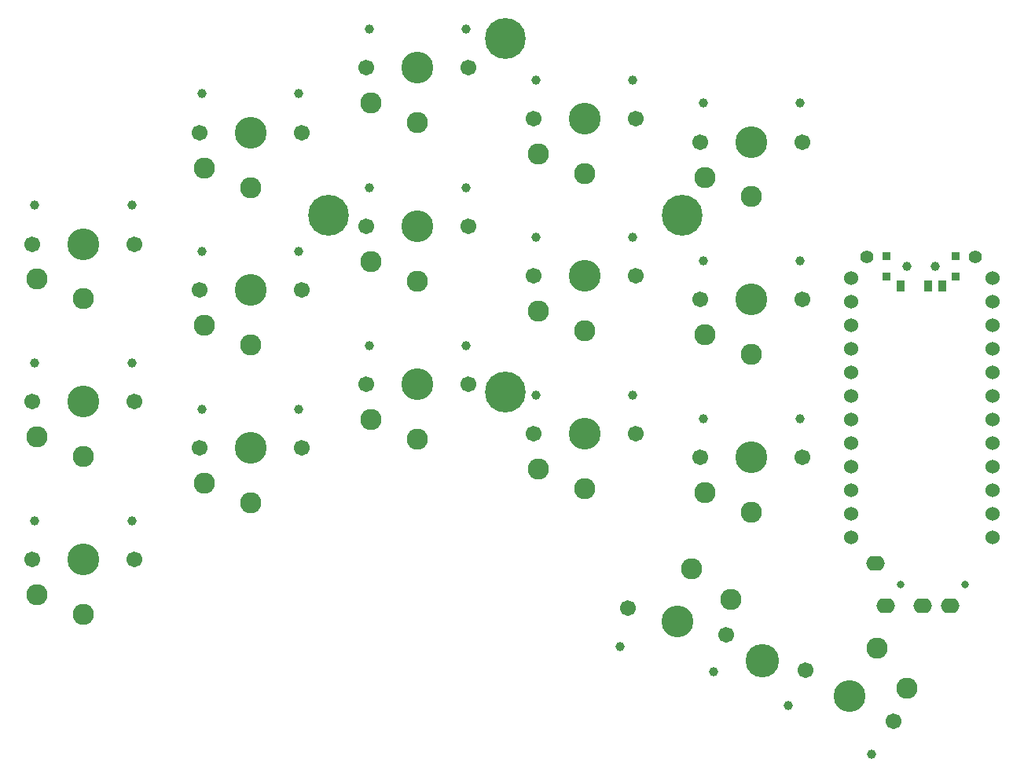
<source format=gbr>
%TF.GenerationSoftware,KiCad,Pcbnew,(6.0.8-1)-1*%
%TF.CreationDate,2023-02-27T11:26:25+02:00*%
%TF.ProjectId,sweepv2,73776565-7076-4322-9e6b-696361645f70,rev?*%
%TF.SameCoordinates,Original*%
%TF.FileFunction,Soldermask,Bot*%
%TF.FilePolarity,Negative*%
%FSLAX46Y46*%
G04 Gerber Fmt 4.6, Leading zero omitted, Abs format (unit mm)*
G04 Created by KiCad (PCBNEW (6.0.8-1)-1) date 2023-02-27 11:26:25*
%MOMM*%
%LPD*%
G01*
G04 APERTURE LIST*
%ADD10C,3.600000*%
%ADD11C,1.524000*%
%ADD12C,0.800000*%
%ADD13O,2.000000X1.600000*%
%ADD14C,0.990600*%
%ADD15C,1.701800*%
%ADD16C,3.429000*%
%ADD17C,2.282000*%
%ADD18C,4.400000*%
%ADD19C,1.397000*%
%ADD20C,1.000000*%
%ADD21R,0.900000X0.900000*%
%ADD22R,0.900000X1.250000*%
G04 APERTURE END LIST*
D10*
%TO.C,*%
X212979000Y-94325000D03*
%TD*%
D11*
%TO.C,U1*%
X237789400Y-53086000D03*
X237789400Y-55626000D03*
X237789400Y-58166000D03*
X237789400Y-60706000D03*
X237789400Y-63246000D03*
X237789400Y-65786000D03*
X237789400Y-68326000D03*
X237789400Y-70866000D03*
X237789400Y-73406000D03*
X237789400Y-75946000D03*
X237789400Y-78486000D03*
X237789400Y-81026000D03*
X222569400Y-81026000D03*
X222569400Y-78486000D03*
X222569400Y-75946000D03*
X222569400Y-73406000D03*
X222569400Y-70866000D03*
X222569400Y-68326000D03*
X222569400Y-65786000D03*
X222569400Y-63246000D03*
X222569400Y-60706000D03*
X222569400Y-58166000D03*
X222569400Y-55626000D03*
X222569400Y-53086000D03*
%TD*%
D12*
%TO.C,J2*%
X234874000Y-86052000D03*
X227874000Y-86052000D03*
D13*
X230274000Y-88352000D03*
X233274000Y-88352000D03*
X225174000Y-83752000D03*
X226274000Y-88352000D03*
%TD*%
D14*
%TO.C,SW16*%
X170636000Y-60316000D03*
D15*
X181356000Y-64516000D03*
X170356000Y-64516000D03*
D14*
X181076000Y-60316000D03*
D16*
X175856000Y-64516000D03*
D17*
X175856000Y-70416000D03*
X170856000Y-68316000D03*
%TD*%
D15*
%TO.C,SW20*%
X227149140Y-100832000D03*
X217622860Y-95332000D03*
D16*
X222386000Y-98082000D03*
D14*
X215765347Y-99109307D03*
X224806653Y-104329307D03*
D17*
X225336000Y-92972450D03*
X228616127Y-97291103D03*
%TD*%
D14*
%TO.C,SW15*%
X152636000Y-67174000D03*
X163076000Y-67174000D03*
D16*
X157856000Y-71374000D03*
D15*
X152356000Y-71374000D03*
X163356000Y-71374000D03*
D17*
X157856000Y-77274000D03*
X152856000Y-75174000D03*
%TD*%
D14*
%TO.C,SW21*%
X197696827Y-92787853D03*
D15*
X209138592Y-91505505D03*
X198513408Y-88658495D03*
D16*
X203826000Y-90082000D03*
D14*
X207781093Y-95489924D03*
D17*
X205353032Y-84383038D03*
X209639142Y-87705577D03*
%TD*%
D16*
%TO.C,SW17*%
X193856000Y-69850000D03*
D15*
X188356000Y-69850000D03*
D14*
X199076000Y-65650000D03*
X188636000Y-65650000D03*
D15*
X199356000Y-69850000D03*
D17*
X193856000Y-75750000D03*
X188856000Y-73650000D03*
%TD*%
D14*
%TO.C,SW18*%
X206616000Y-68190000D03*
D15*
X206336000Y-72390000D03*
X217336000Y-72390000D03*
D16*
X211836000Y-72390000D03*
D14*
X217056000Y-68190000D03*
D17*
X211836000Y-78290000D03*
X206836000Y-76190000D03*
%TD*%
D14*
%TO.C,SW4*%
X170636000Y-26182000D03*
D15*
X181356000Y-30382000D03*
D16*
X175856000Y-30382000D03*
D14*
X181076000Y-26182000D03*
D15*
X170356000Y-30382000D03*
D17*
X175856000Y-36282000D03*
X170856000Y-34182000D03*
%TD*%
D15*
%TO.C,SW3*%
X163356000Y-37382000D03*
D16*
X157856000Y-37382000D03*
D14*
X163076000Y-33182000D03*
X152636000Y-33182000D03*
D15*
X152356000Y-37382000D03*
D17*
X157856000Y-43282000D03*
X152856000Y-41182000D03*
%TD*%
D15*
%TO.C,SW9*%
X163356000Y-54356000D03*
D16*
X157856000Y-54356000D03*
D14*
X163076000Y-50156000D03*
X152636000Y-50156000D03*
D15*
X152356000Y-54356000D03*
D17*
X157856000Y-60256000D03*
X152856000Y-58156000D03*
%TD*%
D16*
%TO.C,SW14*%
X139856000Y-83382000D03*
D15*
X134356000Y-83382000D03*
D14*
X145076000Y-79182000D03*
D15*
X145356000Y-83382000D03*
D14*
X134636000Y-79182000D03*
D17*
X139856000Y-89282000D03*
X134856000Y-87182000D03*
%TD*%
D16*
%TO.C,SW12*%
X211836000Y-55372000D03*
D15*
X206336000Y-55372000D03*
D14*
X206616000Y-51172000D03*
X217056000Y-51172000D03*
D15*
X217336000Y-55372000D03*
D17*
X211836000Y-61272000D03*
X206836000Y-59172000D03*
%TD*%
D16*
%TO.C,SW11*%
X193856000Y-52832000D03*
D14*
X188636000Y-48632000D03*
X199076000Y-48632000D03*
D15*
X199356000Y-52832000D03*
X188356000Y-52832000D03*
D17*
X193856000Y-58732000D03*
X188856000Y-56632000D03*
%TD*%
D16*
%TO.C,SW8*%
X139856000Y-66382000D03*
D15*
X145356000Y-66382000D03*
D14*
X134636000Y-62182000D03*
D15*
X134356000Y-66382000D03*
D14*
X145076000Y-62182000D03*
D17*
X139856000Y-72282000D03*
X134856000Y-70182000D03*
%TD*%
D16*
%TO.C,SW6*%
X211856000Y-38382000D03*
D15*
X206356000Y-38382000D03*
D14*
X217076000Y-34182000D03*
X206636000Y-34182000D03*
D15*
X217356000Y-38382000D03*
D17*
X211856000Y-44282000D03*
X206856000Y-42182000D03*
%TD*%
D15*
%TO.C,SW5*%
X188356000Y-35882000D03*
D14*
X188636000Y-31682000D03*
D15*
X199356000Y-35882000D03*
D16*
X193856000Y-35882000D03*
D14*
X199076000Y-31682000D03*
D17*
X193856000Y-41782000D03*
X188856000Y-39682000D03*
%TD*%
D16*
%TO.C,SW2*%
X139856000Y-49382000D03*
D15*
X145356000Y-49382000D03*
X134356000Y-49382000D03*
D14*
X145076000Y-45182000D03*
X134636000Y-45182000D03*
D17*
X139856000Y-55282000D03*
X134856000Y-53182000D03*
%TD*%
D15*
%TO.C,SW10*%
X170356000Y-47498000D03*
X181356000Y-47498000D03*
D14*
X181076000Y-43298000D03*
X170636000Y-43298000D03*
D16*
X175856000Y-47498000D03*
D17*
X175856000Y-53398000D03*
X170856000Y-51298000D03*
%TD*%
D18*
%TO.C,REF\u002A\u002A*%
X204406000Y-46282000D03*
X166306000Y-46282000D03*
X185356000Y-27232000D03*
X185356000Y-65332000D03*
%TD*%
D19*
%TO.C,B+*%
X235966000Y-50800000D03*
%TD*%
%TO.C,B-*%
X224282000Y-50800000D03*
%TD*%
D20*
%TO.C,POWER SW*%
X231624000Y-51816000D03*
X228624000Y-51816000D03*
D21*
X233824000Y-52916000D03*
X226424000Y-52916000D03*
X226424000Y-50716000D03*
X233824000Y-50716000D03*
D22*
X227874000Y-53891000D03*
X230874000Y-53891000D03*
X232374000Y-53891000D03*
%TD*%
M02*

</source>
